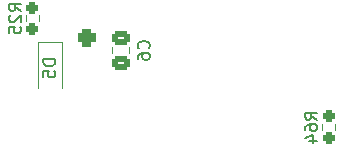
<source format=gbr>
%TF.GenerationSoftware,KiCad,Pcbnew,(6.0.11)*%
%TF.CreationDate,2023-09-13T08:26:01+09:00*%
%TF.ProjectId,MD,4d442e6b-6963-4616-945f-706362585858,rev?*%
%TF.SameCoordinates,Original*%
%TF.FileFunction,Legend,Bot*%
%TF.FilePolarity,Positive*%
%FSLAX46Y46*%
G04 Gerber Fmt 4.6, Leading zero omitted, Abs format (unit mm)*
G04 Created by KiCad (PCBNEW (6.0.11)) date 2023-09-13 08:26:01*
%MOMM*%
%LPD*%
G01*
G04 APERTURE LIST*
G04 Aperture macros list*
%AMRoundRect*
0 Rectangle with rounded corners*
0 $1 Rounding radius*
0 $2 $3 $4 $5 $6 $7 $8 $9 X,Y pos of 4 corners*
0 Add a 4 corners polygon primitive as box body*
4,1,4,$2,$3,$4,$5,$6,$7,$8,$9,$2,$3,0*
0 Add four circle primitives for the rounded corners*
1,1,$1+$1,$2,$3*
1,1,$1+$1,$4,$5*
1,1,$1+$1,$6,$7*
1,1,$1+$1,$8,$9*
0 Add four rect primitives between the rounded corners*
20,1,$1+$1,$2,$3,$4,$5,0*
20,1,$1+$1,$4,$5,$6,$7,0*
20,1,$1+$1,$6,$7,$8,$9,0*
20,1,$1+$1,$8,$9,$2,$3,0*%
%AMHorizOval*
0 Thick line with rounded ends*
0 $1 width*
0 $2 $3 position (X,Y) of the first rounded end (center of the circle)*
0 $4 $5 position (X,Y) of the second rounded end (center of the circle)*
0 Add line between two ends*
20,1,$1,$2,$3,$4,$5,0*
0 Add two circle primitives to create the rounded ends*
1,1,$1,$2,$3*
1,1,$1,$4,$5*%
G04 Aperture macros list end*
%ADD10C,0.150000*%
%ADD11C,0.120000*%
%ADD12C,3.200000*%
%ADD13C,2.000000*%
%ADD14R,1.600000X1.600000*%
%ADD15O,1.600000X1.600000*%
%ADD16RoundRect,0.250000X0.600000X0.675000X-0.600000X0.675000X-0.600000X-0.675000X0.600000X-0.675000X0*%
%ADD17O,1.700000X1.850000*%
%ADD18RoundRect,0.250000X0.600000X-0.600000X0.600000X0.600000X-0.600000X0.600000X-0.600000X-0.600000X0*%
%ADD19C,1.700000*%
%ADD20C,1.400000*%
%ADD21R,3.500000X3.500000*%
%ADD22C,3.500000*%
%ADD23RoundRect,0.381000X-0.381000X0.381000X-0.381000X-0.381000X0.381000X-0.381000X0.381000X0.381000X0*%
%ADD24C,1.524000*%
%ADD25R,1.700000X1.700000*%
%ADD26O,1.700000X1.700000*%
%ADD27RoundRect,0.250000X0.675000X-0.600000X0.675000X0.600000X-0.675000X0.600000X-0.675000X-0.600000X0*%
%ADD28O,1.850000X1.700000*%
%ADD29RoundRect,0.425000X0.425000X0.425000X-0.425000X0.425000X-0.425000X-0.425000X0.425000X-0.425000X0*%
%ADD30RoundRect,0.381000X-0.381000X-0.381000X0.381000X-0.381000X0.381000X0.381000X-0.381000X0.381000X0*%
%ADD31C,1.600000*%
%ADD32HorizOval,1.600000X0.000000X0.000000X0.000000X0.000000X0*%
%ADD33RoundRect,0.237500X-0.237500X0.250000X-0.237500X-0.250000X0.237500X-0.250000X0.237500X0.250000X0*%
%ADD34R,1.200000X0.900000*%
%ADD35RoundRect,0.250000X-0.475000X0.337500X-0.475000X-0.337500X0.475000X-0.337500X0.475000X0.337500X0*%
G04 APERTURE END LIST*
D10*
%TO.C,R64*%
X167642380Y-119317142D02*
X167166190Y-118983809D01*
X167642380Y-118745714D02*
X166642380Y-118745714D01*
X166642380Y-119126666D01*
X166690000Y-119221904D01*
X166737619Y-119269523D01*
X166832857Y-119317142D01*
X166975714Y-119317142D01*
X167070952Y-119269523D01*
X167118571Y-119221904D01*
X167166190Y-119126666D01*
X167166190Y-118745714D01*
X166642380Y-120174285D02*
X166642380Y-119983809D01*
X166690000Y-119888571D01*
X166737619Y-119840952D01*
X166880476Y-119745714D01*
X167070952Y-119698095D01*
X167451904Y-119698095D01*
X167547142Y-119745714D01*
X167594761Y-119793333D01*
X167642380Y-119888571D01*
X167642380Y-120079047D01*
X167594761Y-120174285D01*
X167547142Y-120221904D01*
X167451904Y-120269523D01*
X167213809Y-120269523D01*
X167118571Y-120221904D01*
X167070952Y-120174285D01*
X167023333Y-120079047D01*
X167023333Y-119888571D01*
X167070952Y-119793333D01*
X167118571Y-119745714D01*
X167213809Y-119698095D01*
X166975714Y-121126666D02*
X167642380Y-121126666D01*
X166594761Y-120888571D02*
X167309047Y-120650476D01*
X167309047Y-121269523D01*
%TO.C,D5*%
X145472380Y-114221904D02*
X144472380Y-114221904D01*
X144472380Y-114460000D01*
X144520000Y-114602857D01*
X144615238Y-114698095D01*
X144710476Y-114745714D01*
X144900952Y-114793333D01*
X145043809Y-114793333D01*
X145234285Y-114745714D01*
X145329523Y-114698095D01*
X145424761Y-114602857D01*
X145472380Y-114460000D01*
X145472380Y-114221904D01*
X144472380Y-115698095D02*
X144472380Y-115221904D01*
X144948571Y-115174285D01*
X144900952Y-115221904D01*
X144853333Y-115317142D01*
X144853333Y-115555238D01*
X144900952Y-115650476D01*
X144948571Y-115698095D01*
X145043809Y-115745714D01*
X145281904Y-115745714D01*
X145377142Y-115698095D01*
X145424761Y-115650476D01*
X145472380Y-115555238D01*
X145472380Y-115317142D01*
X145424761Y-115221904D01*
X145377142Y-115174285D01*
%TO.C,R25*%
X142572380Y-110117142D02*
X142096190Y-109783809D01*
X142572380Y-109545714D02*
X141572380Y-109545714D01*
X141572380Y-109926666D01*
X141620000Y-110021904D01*
X141667619Y-110069523D01*
X141762857Y-110117142D01*
X141905714Y-110117142D01*
X142000952Y-110069523D01*
X142048571Y-110021904D01*
X142096190Y-109926666D01*
X142096190Y-109545714D01*
X141667619Y-110498095D02*
X141620000Y-110545714D01*
X141572380Y-110640952D01*
X141572380Y-110879047D01*
X141620000Y-110974285D01*
X141667619Y-111021904D01*
X141762857Y-111069523D01*
X141858095Y-111069523D01*
X142000952Y-111021904D01*
X142572380Y-110450476D01*
X142572380Y-111069523D01*
X141572380Y-111974285D02*
X141572380Y-111498095D01*
X142048571Y-111450476D01*
X142000952Y-111498095D01*
X141953333Y-111593333D01*
X141953333Y-111831428D01*
X142000952Y-111926666D01*
X142048571Y-111974285D01*
X142143809Y-112021904D01*
X142381904Y-112021904D01*
X142477142Y-111974285D01*
X142524761Y-111926666D01*
X142572380Y-111831428D01*
X142572380Y-111593333D01*
X142524761Y-111498095D01*
X142477142Y-111450476D01*
%TO.C,C6*%
X153377142Y-113293333D02*
X153424761Y-113245714D01*
X153472380Y-113102857D01*
X153472380Y-113007619D01*
X153424761Y-112864761D01*
X153329523Y-112769523D01*
X153234285Y-112721904D01*
X153043809Y-112674285D01*
X152900952Y-112674285D01*
X152710476Y-112721904D01*
X152615238Y-112769523D01*
X152520000Y-112864761D01*
X152472380Y-113007619D01*
X152472380Y-113102857D01*
X152520000Y-113245714D01*
X152567619Y-113293333D01*
X152472380Y-114150476D02*
X152472380Y-113960000D01*
X152520000Y-113864761D01*
X152567619Y-113817142D01*
X152710476Y-113721904D01*
X152900952Y-113674285D01*
X153281904Y-113674285D01*
X153377142Y-113721904D01*
X153424761Y-113769523D01*
X153472380Y-113864761D01*
X153472380Y-114055238D01*
X153424761Y-114150476D01*
X153377142Y-114198095D01*
X153281904Y-114245714D01*
X153043809Y-114245714D01*
X152948571Y-114198095D01*
X152900952Y-114150476D01*
X152853333Y-114055238D01*
X152853333Y-113864761D01*
X152900952Y-113769523D01*
X152948571Y-113721904D01*
X153043809Y-113674285D01*
D11*
%TO.C,R64*%
X169142500Y-119705276D02*
X169142500Y-120214724D01*
X168097500Y-119705276D02*
X168097500Y-120214724D01*
%TO.C,D5*%
X144020000Y-112710000D02*
X146020000Y-112710000D01*
X144020000Y-112710000D02*
X144020000Y-116610000D01*
X146020000Y-112710000D02*
X146020000Y-116610000D01*
%TO.C,R25*%
X144072500Y-110505276D02*
X144072500Y-111014724D01*
X143027500Y-110505276D02*
X143027500Y-111014724D01*
%TO.C,C6*%
X150285000Y-113198748D02*
X150285000Y-113721252D01*
X151755000Y-113198748D02*
X151755000Y-113721252D01*
%TD*%
%LPC*%
D12*
%TO.C,H8*%
X148520000Y-128460000D03*
%TD*%
D13*
%TO.C,TP2*%
X168620000Y-115960000D03*
%TD*%
D12*
%TO.C,H9*%
X223519999Y-128460000D03*
%TD*%
D14*
%TO.C,SW4*%
X105520000Y-111210000D03*
D15*
X105520000Y-113750000D03*
X105520000Y-116290000D03*
X105520000Y-118830000D03*
X113140000Y-118830000D03*
X113140000Y-116290000D03*
X113140000Y-113750000D03*
X113140000Y-111210000D03*
%TD*%
D16*
%TO.C,J3*%
X156520000Y-83855000D03*
D17*
X154020000Y-83855000D03*
X151520000Y-83855000D03*
X149020000Y-83855000D03*
X146520000Y-83855000D03*
%TD*%
D13*
%TO.C,TP5*%
X207680000Y-85900000D03*
%TD*%
D18*
%TO.C,J2*%
X119440000Y-90657500D03*
D19*
X119440000Y-88117500D03*
X121980000Y-90657500D03*
X121980000Y-88117500D03*
X124520000Y-90657500D03*
X124520000Y-88117500D03*
X127060000Y-90657500D03*
X127060000Y-88117500D03*
X129600000Y-90657500D03*
X129600000Y-88117500D03*
%TD*%
D13*
%TO.C,TP1*%
X188450000Y-112360000D03*
%TD*%
D20*
%TO.C,J4*%
X223845000Y-120460000D03*
X223845000Y-109460000D03*
D21*
X213845000Y-117460000D03*
D22*
X213845000Y-112460000D03*
%TD*%
D23*
%TO.C,SW6*%
X111810000Y-96710000D03*
D24*
X109270000Y-96710000D03*
X106730000Y-96710000D03*
%TD*%
D20*
%TO.C,J1*%
X183730000Y-80595000D03*
X172730000Y-80595000D03*
D21*
X180730000Y-90595000D03*
D22*
X175730000Y-90595000D03*
%TD*%
D12*
%TO.C,H7*%
X86019999Y-128460000D03*
%TD*%
%TO.C,H5*%
X148520000Y-101460000D03*
%TD*%
D25*
%TO.C,JP1*%
X139270000Y-80050000D03*
D26*
X139270000Y-82590000D03*
%TD*%
D27*
%TO.C,J5*%
X220470000Y-92560000D03*
D28*
X220470000Y-90060000D03*
X220470000Y-87560000D03*
X220470000Y-85060000D03*
X220470000Y-82560000D03*
%TD*%
D13*
%TO.C,TP3*%
X153520000Y-117960000D03*
%TD*%
D29*
%TO.C,SW5*%
X165520000Y-87000000D03*
D19*
X165520000Y-84460000D03*
X165520000Y-81920000D03*
X165520000Y-89540000D03*
X165520000Y-79380000D03*
%TD*%
D13*
%TO.C,TP4*%
X212870000Y-85900000D03*
%TD*%
D30*
%TO.C,U1*%
X148143000Y-112420000D03*
D24*
X148143000Y-114960000D03*
X148143000Y-117500000D03*
%TD*%
D14*
%TO.C,U4*%
X135390000Y-128435000D03*
D15*
X135390000Y-130975000D03*
X143010000Y-130975000D03*
X143010000Y-128435000D03*
%TD*%
D12*
%TO.C,H6*%
X223519999Y-101460000D03*
%TD*%
D23*
%TO.C,SW1*%
X111810000Y-101310000D03*
D24*
X109270000Y-101310000D03*
X106730000Y-101310000D03*
%TD*%
D14*
%TO.C,U5*%
X121780000Y-128445000D03*
D15*
X121780000Y-130985000D03*
X129400000Y-130985000D03*
X129400000Y-128445000D03*
%TD*%
D12*
%TO.C,H4*%
X86019999Y-101460000D03*
%TD*%
D31*
%TO.C,R61*%
X217040000Y-104350000D03*
D32*
X208059744Y-95369744D03*
%TD*%
D23*
%TO.C,SW2*%
X111810000Y-105710000D03*
D24*
X109270000Y-105710000D03*
X106730000Y-105710000D03*
%TD*%
D33*
%TO.C,R64*%
X168620000Y-119047500D03*
X168620000Y-120872500D03*
%TD*%
D34*
%TO.C,D5*%
X145020000Y-113310000D03*
X145020000Y-116610000D03*
%TD*%
D33*
%TO.C,R25*%
X143550000Y-109847500D03*
X143550000Y-111672500D03*
%TD*%
D35*
%TO.C,C6*%
X151020000Y-112422500D03*
X151020000Y-114497500D03*
%TD*%
M02*

</source>
